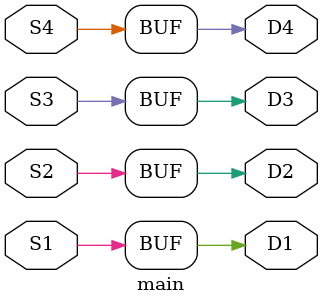
<source format=v>
module main (input  S2, input  S4, input  S1, input  S3, output  D1, output  D2, output  D3, output  D4);
assign D1 = S1;
assign D2 = S2;
assign D3 = S3;
assign D4 = S4;
endmodule


</source>
